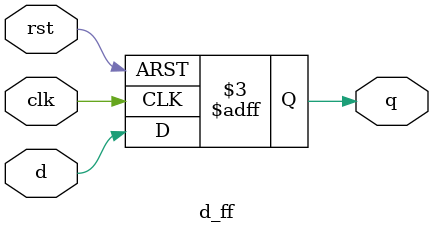
<source format=v>

module d_ff(clk,d,rst,q);
	input clk,d,rst;
	output q;
	reg q;

always @ (negedge clk or posedge rst)
begin
 if (rst==1'b0)
	q=d;
else
q=1'b0;
end


endmodule
</source>
